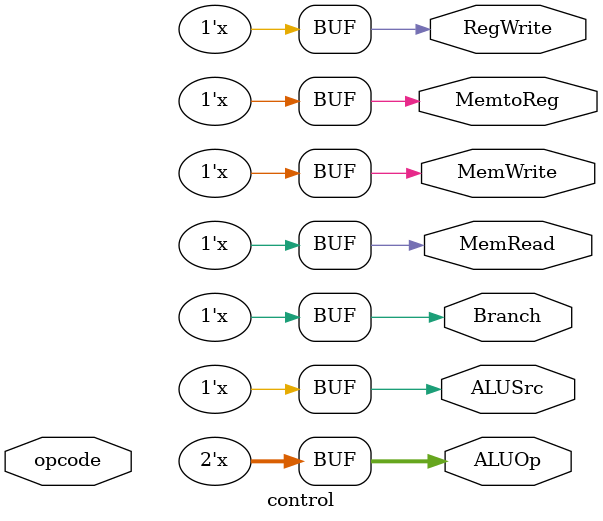
<source format=v>
`timescale 1ns/100ps
module control (
    input [6:0] opcode,
    output reg Branch, MemRead, MemtoReg, MemWrite, ALUSrc, RegWrite,
    output reg [1:0] ALUOp
    //output aluOpCtrl,
);
    reg [7:0] outControl;
    always @(*)
    begin
        case (opcode) //lh, sh, add, or, andi, sll, bne
            7'b0000011: outControl <= 8'b01100011; //lh - Tipo I Certo
            7'b0100011: outControl <= 8'b00000110; //sh = Tipo S Certo
            7'b0110011: outControl <= 8'b00010001; //add, or, sll - Tipo R Certo
            7'b0010011: outControl <= 8'b00011011; //andi - Tipo I Certo
            7'b1100011: outControl <= 8'b10001000; //bne - Tipo SB Certo
            default: outControl <= 8'bx;
        endcase

        Branch <= outControl[7];
        MemRead <= outControl[6];
        MemtoReg <= outControl[5];
        ALUOp <= outControl[4:3];
        MemWrite <= outControl[2];
        ALUSrc <= outControl[1];
        RegWrite <= outControl[0];
    end
endmodule
</source>
